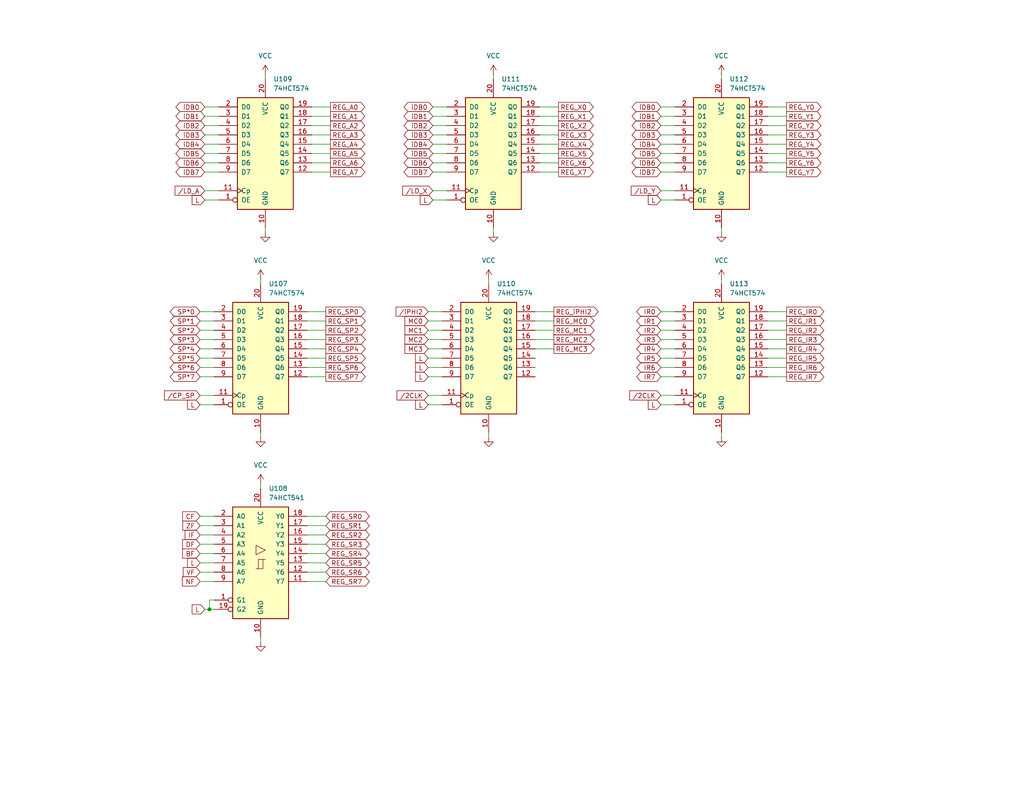
<source format=kicad_sch>
(kicad_sch (version 20250114) (generator "eeschema") (generator_version "9.0")
  (paper "A")
  (title_block (title "TTL 6510 Computer") (date "2025-10-20") (rev "B") (company "Stefan Warnke") (comment 9 "CPU_6502_Opcodes.txt"))
  (lib_symbols
    (symbol "74xx:74HCT541" (pin_names (offset 1.016))
      (property "Reference" "U" (at -7.62 16.51 0))
      (property "Value" "74HCT541" (at -7.62 -16.51 0))
      (symbol "74HCT541_1_0"
        (polyline (pts (xy -1.27 -1.6002) (xy 0.635 -1.6002) (xy 0.635 0.9398) (xy 1.27 0.9398)))
        (polyline (pts (xy -0.635 -1.6002) (xy -0.635 0.9398) (xy 0.635 0.9398)))
        (polyline (pts (xy 1.27 3.4798) (xy -1.27 4.7498) (xy -1.27 2.2098) (xy 1.27 3.4798)) (stroke (width 0.1524)))
        (pin input line (at -12.7 12.7 0) (length 5.08) (name "A0") (number "2"))
        (pin input line (at -12.7 10.16 0) (length 5.08) (name "A1") (number "3"))
        (pin input line (at -12.7 7.62 0) (length 5.08) (name "A2") (number "4"))
        (pin input line (at -12.7 5.08 0) (length 5.08) (name "A3") (number "5"))
        (pin input line (at -12.7 2.54 0) (length 5.08) (name "A4") (number "6"))
        (pin input line (at -12.7 0 0) (length 5.08) (name "A5") (number "7"))
        (pin input line (at -12.7 -2.54 0) (length 5.08) (name "A6") (number "8"))
        (pin input line (at -12.7 -5.08 0) (length 5.08) (name "A7") (number "9"))
        (pin input inverted (at -12.7 -10.16 0) (length 5.08) (name "G1") (number "1"))
        (pin input inverted (at -12.7 -12.7 0) (length 5.08) (name "G2") (number "19"))
        (pin power_in line (at 0 20.32 270) (length 5.08) (name "VCC") (number "20"))
        (pin power_in line (at 0 -20.32 90) (length 5.08) (name "GND") (number "10"))
        (pin tri_state line (at 12.7 12.7 180) (length 5.08) (name "Y0") (number "18"))
        (pin tri_state line (at 12.7 10.16 180) (length 5.08) (name "Y1") (number "17"))
        (pin tri_state line (at 12.7 7.62 180) (length 5.08) (name "Y2") (number "16"))
        (pin tri_state line (at 12.7 5.08 180) (length 5.08) (name "Y3") (number "15"))
        (pin tri_state line (at 12.7 2.54 180) (length 5.08) (name "Y4") (number "14"))
        (pin tri_state line (at 12.7 0 180) (length 5.08) (name "Y5") (number "13"))
        (pin tri_state line (at 12.7 -2.54 180) (length 5.08) (name "Y6") (number "12"))
        (pin tri_state line (at 12.7 -5.08 180) (length 5.08) (name "Y7") (number "11"))
      )
      (symbol "74HCT541_1_1"
        (rectangle (start -7.62 15.24) (end 7.62 -15.24) (stroke (width 0.254)) (fill (type background)))
      )
    )
    (symbol "74xx:74HCT574" (pin_names (offset 1.016))
      (property "Reference" "U" (at -7.62 16.51 0))
      (property "Value" "74HCT574" (at -7.62 -16.51 0))
      (symbol "74HCT574_1_0"
        (pin input line (at -12.7 12.7 0) (length 5.08) (name "D0") (number "2"))
        (pin input line (at -12.7 10.16 0) (length 5.08) (name "D1") (number "3"))
        (pin input line (at -12.7 7.62 0) (length 5.08) (name "D2") (number "4"))
        (pin input line (at -12.7 5.08 0) (length 5.08) (name "D3") (number "5"))
        (pin input line (at -12.7 2.54 0) (length 5.08) (name "D4") (number "6"))
        (pin input line (at -12.7 0 0) (length 5.08) (name "D5") (number "7"))
        (pin input line (at -12.7 -2.54 0) (length 5.08) (name "D6") (number "8"))
        (pin input line (at -12.7 -5.08 0) (length 5.08) (name "D7") (number "9"))
        (pin input clock (at -12.7 -10.16 0) (length 5.08) (name "Cp") (number "11"))
        (pin input inverted (at -12.7 -12.7 0) (length 5.08) (name "OE") (number "1"))
        (pin power_in line (at 0 20.32 270) (length 5.08) (name "VCC") (number "20"))
        (pin power_in line (at 0 -20.32 90) (length 5.08) (name "GND") (number "10"))
        (pin tri_state line (at 12.7 12.7 180) (length 5.08) (name "Q0") (number "19"))
        (pin tri_state line (at 12.7 10.16 180) (length 5.08) (name "Q1") (number "18"))
        (pin tri_state line (at 12.7 7.62 180) (length 5.08) (name "Q2") (number "17"))
        (pin tri_state line (at 12.7 5.08 180) (length 5.08) (name "Q3") (number "16"))
        (pin tri_state line (at 12.7 2.54 180) (length 5.08) (name "Q4") (number "15"))
        (pin tri_state line (at 12.7 0 180) (length 5.08) (name "Q5") (number "14"))
        (pin tri_state line (at 12.7 -2.54 180) (length 5.08) (name "Q6") (number "13"))
        (pin tri_state line (at 12.7 -5.08 180) (length 5.08) (name "Q7") (number "12"))
      )
      (symbol "74HCT574_1_1"
        (rectangle (start -7.62 15.24) (end 7.62 -15.24) (stroke (width 0.254)) (fill (type background)))
      )
    )
    (symbol "power:+5V" (power) (pin_numbers (hide yes)) (pin_names (offset 0) (hide yes))
      (property "Value" "+5V" (at 0 3.556 0))
      (symbol "+5V_0_1"
        (polyline (pts (xy -0.762 1.27) (xy 0 2.54)))
        (polyline (pts (xy 0 2.54) (xy 0.762 1.27)))
        (polyline (pts (xy 0 0) (xy 0 2.54)))
      )
      (symbol "+5V_1_1"
        (pin power_in line (at 0 0 90) (length 0) (name "~") (number "1"))
      )
    )
    (symbol "power:GND" (power) (pin_numbers (hide yes)) (pin_names (offset 0) (hide yes))
      (property "Value" "GND" (at 0 -3.81 0))
      (symbol "GND_0_1"
        (polyline (pts (xy 0 0) (xy 0 -1.27) (xy 1.27 -1.27) (xy 0 -2.54) (xy -1.27 -1.27) (xy 0 -1.27)))
      )
      (symbol "GND_1_1"
        (pin power_in line (at 0 0 270) (length 0) (name "~") (number "1"))
      )
    )
  )
  (junction (at 57.15 166.37))
  (wire (pts (xy 57.15 166.37) (xy 58.42 166.37)))
  (wire (pts (xy 196.85 76.2) (xy 196.85 77.47)))
  (wire (pts (xy 147.32 41.91) (xy 152.4 41.91)))
  (wire (pts (xy 134.62 20.32) (xy 134.62 21.59)))
  (wire (pts (xy 118.11 39.37) (xy 121.92 39.37)))
  (wire (pts (xy 209.55 34.29) (xy 214.63 34.29)))
  (wire (pts (xy 83.82 95.25) (xy 88.9 95.25)))
  (wire (pts (xy 180.34 54.61) (xy 184.15 54.61)))
  (wire (pts (xy 209.55 90.17) (xy 214.63 90.17)))
  (wire (pts (xy 180.34 41.91) (xy 184.15 41.91)))
  (wire (pts (xy 209.55 102.87) (xy 214.63 102.87)))
  (wire (pts (xy 55.88 44.45) (xy 59.69 44.45)))
  (wire (pts (xy 146.05 92.71) (xy 151.13 92.71)))
  (wire (pts (xy 83.82 148.59) (xy 88.9 148.59)))
  (wire (pts (xy 71.12 173.99) (xy 71.12 175.26)))
  (wire (pts (xy 85.09 41.91) (xy 90.17 41.91)))
  (wire (pts (xy 71.12 132.08) (xy 71.12 133.35)))
  (wire (pts (xy 85.09 39.37) (xy 90.17 39.37)))
  (wire (pts (xy 147.32 34.29) (xy 152.4 34.29)))
  (wire (pts (xy 196.85 20.32) (xy 196.85 21.59)))
  (wire (pts (xy 180.34 36.83) (xy 184.15 36.83)))
  (wire (pts (xy 54.61 146.05) (xy 58.42 146.05)))
  (wire (pts (xy 85.09 44.45) (xy 90.17 44.45)))
  (wire (pts (xy 85.09 36.83) (xy 90.17 36.83)))
  (wire (pts (xy 116.84 110.49) (xy 120.65 110.49)))
  (wire (pts (xy 209.55 39.37) (xy 214.63 39.37)))
  (wire (pts (xy 54.61 153.67) (xy 58.42 153.67)))
  (wire (pts (xy 83.82 87.63) (xy 88.9 87.63)))
  (wire (pts (xy 83.82 97.79) (xy 88.9 97.79)))
  (wire (pts (xy 83.82 85.09) (xy 88.9 85.09)))
  (wire (pts (xy 54.61 140.97) (xy 58.42 140.97)))
  (wire (pts (xy 118.11 29.21) (xy 121.92 29.21)))
  (wire (pts (xy 57.15 163.83) (xy 57.15 166.37)))
  (wire (pts (xy 196.85 118.11) (xy 196.85 119.38)))
  (wire (pts (xy 54.61 87.63) (xy 58.42 87.63)))
  (wire (pts (xy 118.11 46.99) (xy 121.92 46.99)))
  (wire (pts (xy 180.34 29.21) (xy 184.15 29.21)))
  (wire (pts (xy 83.82 143.51) (xy 88.9 143.51)))
  (wire (pts (xy 180.34 102.87) (xy 184.15 102.87)))
  (wire (pts (xy 54.61 85.09) (xy 58.42 85.09)))
  (wire (pts (xy 180.34 31.75) (xy 184.15 31.75)))
  (wire (pts (xy 55.88 54.61) (xy 59.69 54.61)))
  (wire (pts (xy 118.11 31.75) (xy 121.92 31.75)))
  (wire (pts (xy 209.55 44.45) (xy 214.63 44.45)))
  (wire (pts (xy 72.39 20.32) (xy 72.39 21.59)))
  (wire (pts (xy 55.88 52.07) (xy 59.69 52.07)))
  (wire (pts (xy 116.84 87.63) (xy 120.65 87.63)))
  (wire (pts (xy 180.34 92.71) (xy 184.15 92.71)))
  (wire (pts (xy 118.11 36.83) (xy 121.92 36.83)))
  (wire (pts (xy 58.42 156.21) (xy 54.61 156.21)))
  (wire (pts (xy 180.34 95.25) (xy 184.15 95.25)))
  (wire (pts (xy 209.55 36.83) (xy 214.63 36.83)))
  (wire (pts (xy 83.82 140.97) (xy 88.9 140.97)))
  (wire (pts (xy 209.55 29.21) (xy 214.63 29.21)))
  (wire (pts (xy 118.11 41.91) (xy 121.92 41.91)))
  (wire (pts (xy 116.84 95.25) (xy 120.65 95.25)))
  (wire (pts (xy 209.55 41.91) (xy 214.63 41.91)))
  (wire (pts (xy 54.61 97.79) (xy 58.42 97.79)))
  (wire (pts (xy 180.34 46.99) (xy 184.15 46.99)))
  (wire (pts (xy 83.82 151.13) (xy 88.9 151.13)))
  (wire (pts (xy 55.88 31.75) (xy 59.69 31.75)))
  (wire (pts (xy 83.82 146.05) (xy 88.9 146.05)))
  (wire (pts (xy 54.61 143.51) (xy 58.42 143.51)))
  (wire (pts (xy 147.32 44.45) (xy 152.4 44.45)))
  (wire (pts (xy 133.35 76.2) (xy 133.35 77.47)))
  (wire (pts (xy 209.55 85.09) (xy 214.63 85.09)))
  (wire (pts (xy 209.55 46.99) (xy 214.63 46.99)))
  (wire (pts (xy 83.82 153.67) (xy 88.9 153.67)))
  (wire (pts (xy 71.12 118.11) (xy 71.12 119.38)))
  (wire (pts (xy 118.11 34.29) (xy 121.92 34.29)))
  (wire (pts (xy 147.32 36.83) (xy 152.4 36.83)))
  (wire (pts (xy 55.88 36.83) (xy 59.69 36.83)))
  (wire (pts (xy 209.55 87.63) (xy 214.63 87.63)))
  (wire (pts (xy 146.05 87.63) (xy 151.13 87.63)))
  (wire (pts (xy 180.34 85.09) (xy 184.15 85.09)))
  (wire (pts (xy 209.55 95.25) (xy 214.63 95.25)))
  (wire (pts (xy 54.61 102.87) (xy 58.42 102.87)))
  (wire (pts (xy 116.84 97.79) (xy 120.65 97.79)))
  (wire (pts (xy 85.09 29.21) (xy 90.17 29.21)))
  (wire (pts (xy 116.84 92.71) (xy 120.65 92.71)))
  (wire (pts (xy 180.34 97.79) (xy 184.15 97.79)))
  (wire (pts (xy 83.82 92.71) (xy 88.9 92.71)))
  (wire (pts (xy 83.82 156.21) (xy 88.9 156.21)))
  (wire (pts (xy 85.09 34.29) (xy 90.17 34.29)))
  (wire (pts (xy 54.61 92.71) (xy 58.42 92.71)))
  (wire (pts (xy 180.34 39.37) (xy 184.15 39.37)))
  (wire (pts (xy 118.11 54.61) (xy 121.92 54.61)))
  (wire (pts (xy 54.61 107.95) (xy 58.42 107.95)))
  (wire (pts (xy 54.61 90.17) (xy 58.42 90.17)))
  (wire (pts (xy 71.12 76.2) (xy 71.12 77.47)))
  (wire (pts (xy 116.84 107.95) (xy 120.65 107.95)))
  (wire (pts (xy 118.11 52.07) (xy 121.92 52.07)))
  (wire (pts (xy 54.61 100.33) (xy 58.42 100.33)))
  (wire (pts (xy 83.82 158.75) (xy 88.9 158.75)))
  (wire (pts (xy 147.32 29.21) (xy 152.4 29.21)))
  (wire (pts (xy 55.88 39.37) (xy 59.69 39.37)))
  (wire (pts (xy 55.88 46.99) (xy 59.69 46.99)))
  (wire (pts (xy 180.34 90.17) (xy 184.15 90.17)))
  (wire (pts (xy 54.61 158.75) (xy 58.42 158.75)))
  (wire (pts (xy 209.55 100.33) (xy 214.63 100.33)))
  (wire (pts (xy 209.55 92.71) (xy 214.63 92.71)))
  (wire (pts (xy 118.11 44.45) (xy 121.92 44.45)))
  (wire (pts (xy 54.61 151.13) (xy 58.42 151.13)))
  (wire (pts (xy 55.88 41.91) (xy 59.69 41.91)))
  (wire (pts (xy 55.88 166.37) (xy 57.15 166.37)))
  (wire (pts (xy 116.84 90.17) (xy 120.65 90.17)))
  (wire (pts (xy 146.05 95.25) (xy 151.13 95.25)))
  (wire (pts (xy 209.55 97.79) (xy 214.63 97.79)))
  (wire (pts (xy 146.05 90.17) (xy 151.13 90.17)))
  (wire (pts (xy 180.34 87.63) (xy 184.15 87.63)))
  (wire (pts (xy 209.55 31.75) (xy 214.63 31.75)))
  (wire (pts (xy 116.84 100.33) (xy 120.65 100.33)))
  (wire (pts (xy 116.84 102.87) (xy 120.65 102.87)))
  (wire (pts (xy 85.09 46.99) (xy 90.17 46.99)))
  (wire (pts (xy 58.42 163.83) (xy 57.15 163.83)))
  (wire (pts (xy 134.62 62.23) (xy 134.62 63.5)))
  (wire (pts (xy 147.32 31.75) (xy 152.4 31.75)))
  (wire (pts (xy 83.82 90.17) (xy 88.9 90.17)))
  (wire (pts (xy 54.61 148.59) (xy 58.42 148.59)))
  (wire (pts (xy 133.35 118.11) (xy 133.35 119.38)))
  (wire (pts (xy 180.34 44.45) (xy 184.15 44.45)))
  (wire (pts (xy 180.34 52.07) (xy 184.15 52.07)))
  (wire (pts (xy 147.32 39.37) (xy 152.4 39.37)))
  (wire (pts (xy 180.34 34.29) (xy 184.15 34.29)))
  (wire (pts (xy 54.61 95.25) (xy 58.42 95.25)))
  (wire (pts (xy 196.85 62.23) (xy 196.85 63.5)))
  (wire (pts (xy 180.34 100.33) (xy 184.15 100.33)))
  (wire (pts (xy 55.88 29.21) (xy 59.69 29.21)))
  (wire (pts (xy 180.34 107.95) (xy 184.15 107.95)))
  (wire (pts (xy 54.61 110.49) (xy 58.42 110.49)))
  (wire (pts (xy 116.84 85.09) (xy 120.65 85.09)))
  (wire (pts (xy 146.05 85.09) (xy 151.13 85.09)))
  (wire (pts (xy 147.32 46.99) (xy 152.4 46.99)))
  (wire (pts (xy 55.88 34.29) (xy 59.69 34.29)))
  (wire (pts (xy 83.82 100.33) (xy 88.9 100.33)))
  (wire (pts (xy 85.09 31.75) (xy 90.17 31.75)))
  (wire (pts (xy 180.34 110.49) (xy 184.15 110.49)))
  (wire (pts (xy 83.82 102.87) (xy 88.9 102.87)))
  (wire (pts (xy 72.39 62.23) (xy 72.39 63.5)))
  (global_label "L" (shape input) (at 116.84 102.87 180) (property "Intersheetrefs" "${INTERSHEET_REFS}" (effects (hide yes))))
  (global_label "REG_X5" (shape output) (at 152.4 41.91 0) (property "Intersheetrefs" "${INTERSHEET_REFS}" (effects (hide yes))))
  (global_label "L" (shape input) (at 54.61 153.67 180) (property "Intersheetrefs" "${INTERSHEET_REFS}" (effects (hide yes))))
  (global_label "REG_Y3" (shape output) (at 214.63 36.83 0) (property "Intersheetrefs" "${INTERSHEET_REFS}" (effects (hide yes))))
  (global_label "REG_X2" (shape output) (at 152.4 34.29 0) (property "Intersheetrefs" "${INTERSHEET_REFS}" (effects (hide yes))))
  (global_label "{slash}LD_Y" (shape input) (at 180.34 52.07 180) (effects (font (thickness 0.1588))) (property "Intersheetrefs" "${INTERSHEET_REFS}" (effects (hide yes))))
  (global_label "L" (shape input) (at 55.88 54.61 180) (effects (font (thickness 0.1588))) (property "Intersheetrefs" "${INTERSHEET_REFS}" (effects (hide yes))))
  (global_label "iDB7" (shape bidirectional) (at 180.34 46.99 180) (property "Intersheetrefs" "${INTERSHEET_REFS}" (effects (hide yes))))
  (global_label "iDB2" (shape bidirectional) (at 55.88 34.29 180) (property "Intersheetrefs" "${INTERSHEET_REFS}" (effects (hide yes))))
  (global_label "iDB7" (shape bidirectional) (at 118.11 46.99 180) (property "Intersheetrefs" "${INTERSHEET_REFS}" (effects (hide yes))))
  (global_label "iDB0" (shape bidirectional) (at 118.11 29.21 180) (property "Intersheetrefs" "${INTERSHEET_REFS}" (effects (hide yes))))
  (global_label "SP*1" (shape bidirectional) (at 54.61 87.63 180) (property "Intersheetrefs" "${INTERSHEET_REFS}" (effects (hide yes))))
  (global_label "iDB1" (shape bidirectional) (at 118.11 31.75 180) (property "Intersheetrefs" "${INTERSHEET_REFS}" (effects (hide yes))))
  (global_label "MC3" (shape input) (at 116.84 95.25 180) (property "Intersheetrefs" "${INTERSHEET_REFS}" (effects (hide yes))))
  (global_label "SP*2" (shape bidirectional) (at 54.61 90.17 180) (property "Intersheetrefs" "${INTERSHEET_REFS}" (effects (hide yes))))
  (global_label "L" (shape input) (at 54.61 110.49 180) (effects (font (thickness 0.1588))) (property "Intersheetrefs" "${INTERSHEET_REFS}" (effects (hide yes))))
  (global_label "iDB6" (shape bidirectional) (at 55.88 44.45 180) (property "Intersheetrefs" "${INTERSHEET_REFS}" (effects (hide yes))))
  (global_label "REG_MC0" (shape output) (at 151.13 87.63 0) (property "Intersheetrefs" "${INTERSHEET_REFS}" (effects (hide yes))))
  (global_label "REG_Y7" (shape output) (at 214.63 46.99 0) (property "Intersheetrefs" "${INTERSHEET_REFS}" (effects (hide yes))))
  (global_label "{slash}2CLK" (shape input) (at 116.84 107.95 180) (effects (font (thickness 0.1588))) (property "Intersheetrefs" "${INTERSHEET_REFS}" (effects (hide yes))))
  (global_label "L" (shape input) (at 180.34 110.49 180) (effects (font (thickness 0.1588))) (property "Intersheetrefs" "${INTERSHEET_REFS}" (effects (hide yes))))
  (global_label "REG_IR6" (shape output) (at 214.63 100.33 0) (property "Intersheetrefs" "${INTERSHEET_REFS}" (effects (hide yes))))
  (global_label "REG_SR2" (shape bidirectional) (at 88.9 146.05 0) (property "Intersheetrefs" "${INTERSHEET_REFS}" (effects (hide yes))))
  (global_label "{slash}LD_A" (shape input) (at 55.88 52.07 180) (effects (font (thickness 0.1588))) (property "Intersheetrefs" "${INTERSHEET_REFS}" (effects (hide yes))))
  (global_label "iDB5" (shape bidirectional) (at 180.34 41.91 180) (property "Intersheetrefs" "${INTERSHEET_REFS}" (effects (hide yes))))
  (global_label "L" (shape input) (at 116.84 100.33 180) (property "Intersheetrefs" "${INTERSHEET_REFS}" (effects (hide yes))))
  (global_label "REG_SR0" (shape bidirectional) (at 88.9 140.97 0) (property "Intersheetrefs" "${INTERSHEET_REFS}" (effects (hide yes))))
  (global_label "REG_A1" (shape output) (at 90.17 31.75 0) (property "Intersheetrefs" "${INTERSHEET_REFS}" (effects (hide yes))))
  (global_label "REG_SR1" (shape bidirectional) (at 88.9 143.51 0) (property "Intersheetrefs" "${INTERSHEET_REFS}" (effects (hide yes))))
  (global_label "IR5" (shape bidirectional) (at 180.34 97.79 180) (property "Intersheetrefs" "${INTERSHEET_REFS}" (effects (hide yes))))
  (global_label "REG_SR7" (shape bidirectional) (at 88.9 158.75 0) (property "Intersheetrefs" "${INTERSHEET_REFS}" (effects (hide yes))))
  (global_label "L" (shape input) (at 55.88 166.37 180) (property "Intersheetrefs" "${INTERSHEET_REFS}" (effects (hide yes))))
  (global_label "IR4" (shape bidirectional) (at 180.34 95.25 180) (property "Intersheetrefs" "${INTERSHEET_REFS}" (effects (hide yes))))
  (global_label "REG_MC1" (shape output) (at 151.13 90.17 0) (property "Intersheetrefs" "${INTERSHEET_REFS}" (effects (hide yes))))
  (global_label "iDB4" (shape bidirectional) (at 180.34 39.37 180) (property "Intersheetrefs" "${INTERSHEET_REFS}" (effects (hide yes))))
  (global_label "REG_X4" (shape output) (at 152.4 39.37 0) (property "Intersheetrefs" "${INTERSHEET_REFS}" (effects (hide yes))))
  (global_label "L" (shape input) (at 116.84 97.79 180) (property "Intersheetrefs" "${INTERSHEET_REFS}" (effects (hide yes))))
  (global_label "iDB5" (shape bidirectional) (at 55.88 41.91 180) (property "Intersheetrefs" "${INTERSHEET_REFS}" (effects (hide yes))))
  (global_label "IR3" (shape bidirectional) (at 180.34 92.71 180) (property "Intersheetrefs" "${INTERSHEET_REFS}" (effects (hide yes))))
  (global_label "MC1" (shape input) (at 116.84 90.17 180) (property "Intersheetrefs" "${INTERSHEET_REFS}" (effects (hide yes))))
  (global_label "{slash}LD_X" (shape input) (at 118.11 52.07 180) (effects (font (thickness 0.1588))) (property "Intersheetrefs" "${INTERSHEET_REFS}" (effects (hide yes))))
  (global_label "REG_IR5" (shape output) (at 214.63 97.79 0) (property "Intersheetrefs" "${INTERSHEET_REFS}" (effects (hide yes))))
  (global_label "iDB1" (shape bidirectional) (at 55.88 31.75 180) (property "Intersheetrefs" "${INTERSHEET_REFS}" (effects (hide yes))))
  (global_label "REG_SR3" (shape bidirectional) (at 88.9 148.59 0) (property "Intersheetrefs" "${INTERSHEET_REFS}" (effects (hide yes))))
  (global_label "L" (shape input) (at 118.11 54.61 180) (effects (font (thickness 0.1588))) (property "Intersheetrefs" "${INTERSHEET_REFS}" (effects (hide yes))))
  (global_label "REG_A3" (shape output) (at 90.17 36.83 0) (property "Intersheetrefs" "${INTERSHEET_REFS}" (effects (hide yes))))
  (global_label "VF" (shape input) (at 54.61 156.21 180) (property "Intersheetrefs" "${INTERSHEET_REFS}" (effects (hide yes))))
  (global_label "REG_SP0" (shape output) (at 88.9 85.09 0) (property "Intersheetrefs" "${INTERSHEET_REFS}" (effects (hide yes))))
  (global_label "REG_SP4" (shape output) (at 88.9 95.25 0) (property "Intersheetrefs" "${INTERSHEET_REFS}" (effects (hide yes))))
  (global_label "REG_Y2" (shape output) (at 214.63 34.29 0) (property "Intersheetrefs" "${INTERSHEET_REFS}" (effects (hide yes))))
  (global_label "REG_IR1" (shape output) (at 214.63 87.63 0) (property "Intersheetrefs" "${INTERSHEET_REFS}" (effects (hide yes))))
  (global_label "{slash}2CLK" (shape input) (at 180.34 107.95 180) (effects (font (thickness 0.1588))) (property "Intersheetrefs" "${INTERSHEET_REFS}" (effects (hide yes))))
  (global_label "iDB6" (shape bidirectional) (at 180.34 44.45 180) (property "Intersheetrefs" "${INTERSHEET_REFS}" (effects (hide yes))))
  (global_label "iDB2" (shape bidirectional) (at 180.34 34.29 180) (property "Intersheetrefs" "${INTERSHEET_REFS}" (effects (hide yes))))
  (global_label "iDB0" (shape bidirectional) (at 180.34 29.21 180) (property "Intersheetrefs" "${INTERSHEET_REFS}" (effects (hide yes))))
  (global_label "CF" (shape input) (at 54.61 140.97 180) (property "Intersheetrefs" "${INTERSHEET_REFS}" (effects (hide yes))))
  (global_label "REG_iPHI2" (shape output) (at 151.13 85.09 0) (property "Intersheetrefs" "${INTERSHEET_REFS}" (effects (hide yes))))
  (global_label "SP*3" (shape bidirectional) (at 54.61 92.71 180) (property "Intersheetrefs" "${INTERSHEET_REFS}" (effects (hide yes))))
  (global_label "REG_A6" (shape output) (at 90.17 44.45 0) (property "Intersheetrefs" "${INTERSHEET_REFS}" (effects (hide yes))))
  (global_label "REG_MC2" (shape output) (at 151.13 92.71 0) (property "Intersheetrefs" "${INTERSHEET_REFS}" (effects (hide yes))))
  (global_label "IR6" (shape bidirectional) (at 180.34 100.33 180) (property "Intersheetrefs" "${INTERSHEET_REFS}" (effects (hide yes))))
  (global_label "REG_Y0" (shape output) (at 214.63 29.21 0) (property "Intersheetrefs" "${INTERSHEET_REFS}" (effects (hide yes))))
  (global_label "REG_A0" (shape output) (at 90.17 29.21 0) (property "Intersheetrefs" "${INTERSHEET_REFS}" (effects (hide yes))))
  (global_label "IR7" (shape bidirectional) (at 180.34 102.87 180) (property "Intersheetrefs" "${INTERSHEET_REFS}" (effects (hide yes))))
  (global_label "iDB3" (shape bidirectional) (at 55.88 36.83 180) (property "Intersheetrefs" "${INTERSHEET_REFS}" (effects (hide yes))))
  (global_label "SP*7" (shape bidirectional) (at 54.61 102.87 180) (property "Intersheetrefs" "${INTERSHEET_REFS}" (effects (hide yes))))
  (global_label "DF" (shape input) (at 54.61 148.59 180) (property "Intersheetrefs" "${INTERSHEET_REFS}" (effects (hide yes))))
  (global_label "IR0" (shape bidirectional) (at 180.34 85.09 180) (property "Intersheetrefs" "${INTERSHEET_REFS}" (effects (hide yes))))
  (global_label "iDB6" (shape bidirectional) (at 118.11 44.45 180) (property "Intersheetrefs" "${INTERSHEET_REFS}" (effects (hide yes))))
  (global_label "iDB4" (shape bidirectional) (at 55.88 39.37 180) (property "Intersheetrefs" "${INTERSHEET_REFS}" (effects (hide yes))))
  (global_label "iDB1" (shape bidirectional) (at 180.34 31.75 180) (property "Intersheetrefs" "${INTERSHEET_REFS}" (effects (hide yes))))
  (global_label "REG_A7" (shape output) (at 90.17 46.99 0) (property "Intersheetrefs" "${INTERSHEET_REFS}" (effects (hide yes))))
  (global_label "SP*4" (shape bidirectional) (at 54.61 95.25 180) (property "Intersheetrefs" "${INTERSHEET_REFS}" (effects (hide yes))))
  (global_label "REG_IR3" (shape output) (at 214.63 92.71 0) (property "Intersheetrefs" "${INTERSHEET_REFS}" (effects (hide yes))))
  (global_label "{slash}iPHI2" (shape input) (at 116.84 85.09 180) (property "Intersheetrefs" "${INTERSHEET_REFS}" (effects (hide yes))))
  (global_label "REG_SR4" (shape bidirectional) (at 88.9 151.13 0) (property "Intersheetrefs" "${INTERSHEET_REFS}" (effects (hide yes))))
  (global_label "REG_SP5" (shape output) (at 88.9 97.79 0) (property "Intersheetrefs" "${INTERSHEET_REFS}" (effects (hide yes))))
  (global_label "SP*5" (shape bidirectional) (at 54.61 97.79 180) (property "Intersheetrefs" "${INTERSHEET_REFS}" (effects (hide yes))))
  (global_label "IF" (shape input) (at 54.61 146.05 180) (property "Intersheetrefs" "${INTERSHEET_REFS}" (effects (hide yes))))
  (global_label "REG_IR7" (shape output) (at 214.63 102.87 0) (property "Intersheetrefs" "${INTERSHEET_REFS}" (effects (hide yes))))
  (global_label "SP*6" (shape bidirectional) (at 54.61 100.33 180) (property "Intersheetrefs" "${INTERSHEET_REFS}" (effects (hide yes))))
  (global_label "REG_A5" (shape output) (at 90.17 41.91 0) (property "Intersheetrefs" "${INTERSHEET_REFS}" (effects (hide yes))))
  (global_label "REG_SP3" (shape output) (at 88.9 92.71 0) (property "Intersheetrefs" "${INTERSHEET_REFS}" (effects (hide yes))))
  (global_label "REG_SP7" (shape output) (at 88.9 102.87 0) (property "Intersheetrefs" "${INTERSHEET_REFS}" (effects (hide yes))))
  (global_label "IR2" (shape bidirectional) (at 180.34 90.17 180) (property "Intersheetrefs" "${INTERSHEET_REFS}" (effects (hide yes))))
  (global_label "REG_A2" (shape output) (at 90.17 34.29 0) (property "Intersheetrefs" "${INTERSHEET_REFS}" (effects (hide yes))))
  (global_label "REG_X1" (shape output) (at 152.4 31.75 0) (property "Intersheetrefs" "${INTERSHEET_REFS}" (effects (hide yes))))
  (global_label "REG_IR2" (shape output) (at 214.63 90.17 0) (property "Intersheetrefs" "${INTERSHEET_REFS}" (effects (hide yes))))
  (global_label "iDB7" (shape bidirectional) (at 55.88 46.99 180) (property "Intersheetrefs" "${INTERSHEET_REFS}" (effects (hide yes))))
  (global_label "iDB5" (shape bidirectional) (at 118.11 41.91 180) (property "Intersheetrefs" "${INTERSHEET_REFS}" (effects (hide yes))))
  (global_label "ZF" (shape input) (at 54.61 143.51 180) (property "Intersheetrefs" "${INTERSHEET_REFS}" (effects (hide yes))))
  (global_label "iDB2" (shape bidirectional) (at 118.11 34.29 180) (property "Intersheetrefs" "${INTERSHEET_REFS}" (effects (hide yes))))
  (global_label "REG_SR6" (shape bidirectional) (at 88.9 156.21 0) (property "Intersheetrefs" "${INTERSHEET_REFS}" (effects (hide yes))))
  (global_label "REG_X0" (shape output) (at 152.4 29.21 0) (property "Intersheetrefs" "${INTERSHEET_REFS}" (effects (hide yes))))
  (global_label "SP*0" (shape bidirectional) (at 54.61 85.09 180) (property "Intersheetrefs" "${INTERSHEET_REFS}" (effects (hide yes))))
  (global_label "REG_MC3" (shape output) (at 151.13 95.25 0) (property "Intersheetrefs" "${INTERSHEET_REFS}" (effects (hide yes))))
  (global_label "iDB3" (shape bidirectional) (at 118.11 36.83 180) (property "Intersheetrefs" "${INTERSHEET_REFS}" (effects (hide yes))))
  (global_label "MC2" (shape input) (at 116.84 92.71 180) (property "Intersheetrefs" "${INTERSHEET_REFS}" (effects (hide yes))))
  (global_label "MC0" (shape input) (at 116.84 87.63 180) (property "Intersheetrefs" "${INTERSHEET_REFS}" (effects (hide yes))))
  (global_label "REG_SP6" (shape output) (at 88.9 100.33 0) (property "Intersheetrefs" "${INTERSHEET_REFS}" (effects (hide yes))))
  (global_label "REG_SP2" (shape output) (at 88.9 90.17 0) (property "Intersheetrefs" "${INTERSHEET_REFS}" (effects (hide yes))))
  (global_label "IR1" (shape bidirectional) (at 180.34 87.63 180) (property "Intersheetrefs" "${INTERSHEET_REFS}" (effects (hide yes))))
  (global_label "iDB4" (shape bidirectional) (at 118.11 39.37 180) (property "Intersheetrefs" "${INTERSHEET_REFS}" (effects (hide yes))))
  (global_label "REG_A4" (shape output) (at 90.17 39.37 0) (property "Intersheetrefs" "${INTERSHEET_REFS}" (effects (hide yes))))
  (global_label "REG_Y5" (shape output) (at 214.63 41.91 0) (property "Intersheetrefs" "${INTERSHEET_REFS}" (effects (hide yes))))
  (global_label "iDB0" (shape bidirectional) (at 55.88 29.21 180) (property "Intersheetrefs" "${INTERSHEET_REFS}" (effects (hide yes))))
  (global_label "REG_X3" (shape output) (at 152.4 36.83 0) (property "Intersheetrefs" "${INTERSHEET_REFS}" (effects (hide yes))))
  (global_label "BF" (shape input) (at 54.61 151.13 180) (property "Intersheetrefs" "${INTERSHEET_REFS}" (effects (hide yes))))
  (global_label "NF" (shape input) (at 54.61 158.75 180) (property "Intersheetrefs" "${INTERSHEET_REFS}" (effects (hide yes))))
  (global_label "REG_Y6" (shape output) (at 214.63 44.45 0) (property "Intersheetrefs" "${INTERSHEET_REFS}" (effects (hide yes))))
  (global_label "REG_X7" (shape output) (at 152.4 46.99 0) (property "Intersheetrefs" "${INTERSHEET_REFS}" (effects (hide yes))))
  (global_label "REG_IR0" (shape output) (at 214.63 85.09 0) (property "Intersheetrefs" "${INTERSHEET_REFS}" (effects (hide yes))))
  (global_label "REG_X6" (shape output) (at 152.4 44.45 0) (property "Intersheetrefs" "${INTERSHEET_REFS}" (effects (hide yes))))
  (global_label "REG_SR5" (shape bidirectional) (at 88.9 153.67 0) (property "Intersheetrefs" "${INTERSHEET_REFS}" (effects (hide yes))))
  (global_label "L" (shape input) (at 116.84 110.49 180) (effects (font (thickness 0.1588))) (property "Intersheetrefs" "${INTERSHEET_REFS}" (effects (hide yes))))
  (global_label "REG_SP1" (shape output) (at 88.9 87.63 0) (property "Intersheetrefs" "${INTERSHEET_REFS}" (effects (hide yes))))
  (global_label "REG_Y1" (shape output) (at 214.63 31.75 0) (property "Intersheetrefs" "${INTERSHEET_REFS}" (effects (hide yes))))
  (global_label "{slash}CP_SP" (shape input) (at 54.61 107.95 180) (effects (font (thickness 0.1588))) (property "Intersheetrefs" "${INTERSHEET_REFS}" (effects (hide yes))))
  (global_label "REG_IR4" (shape output) (at 214.63 95.25 0) (property "Intersheetrefs" "${INTERSHEET_REFS}" (effects (hide yes))))
  (global_label "REG_Y4" (shape output) (at 214.63 39.37 0) (property "Intersheetrefs" "${INTERSHEET_REFS}" (effects (hide yes))))
  (global_label "L" (shape input) (at 180.34 54.61 180) (effects (font (thickness 0.1588))) (property "Intersheetrefs" "${INTERSHEET_REFS}" (effects (hide yes))))
  (global_label "iDB3" (shape bidirectional) (at 180.34 36.83 180) (property "Intersheetrefs" "${INTERSHEET_REFS}" (effects (hide yes))))
  (symbol (lib_id "power:GND") (at 71.12 119.38 0) (unit 1)
    (property "Reference" "#PWR0506" (effects (hide yes)))
    (property "Value" "GND" (effects (hide yes)))
    (property "Description" "Power symbol creates a global label with name \"GND\" , ground" (effects (hide yes)))
  )
  (symbol (lib_id "power:+5V") (at 134.62 20.32 0) (unit 1)
    (property "Reference" "#PWR0513" (effects (hide yes)))
    (property "Value" "VCC" (at 134.62 15.24 0))
    (property "Description" "Power symbol creates a global label with name \"+5V\"" (effects (hide yes)))
  )
  (symbol (lib_id "power:GND") (at 71.12 175.26 0) (unit 1)
    (property "Reference" "#PWR0508" (effects (hide yes)))
    (property "Value" "GND" (effects (hide yes)))
    (property "Description" "Power symbol creates a global label with name \"GND\" , ground" (effects (hide yes)))
  )
  (symbol (lib_id "power:+5V") (at 71.12 76.2 0) (unit 1)
    (property "Reference" "#PWR0505" (effects (hide yes)))
    (property "Value" "VCC" (at 71.12 71.12 0))
    (property "Description" "Power symbol creates a global label with name \"+5V\"" (effects (hide yes)))
  )
  (symbol (lib_id "74xx:74HCT541") (at 71.12 153.67 0) (unit 1) (in_bom no)
    (property "Reference" "U108" (at 73.3141 133.35 0) (effects (justify left)))
    (property "Value" "74HCT541" (at 73.3141 135.89 0) (effects (justify left)))
    (property "Footprint" "Package_DIP:DIP-20_W7.62mm_Socket" (effects (hide yes)))
    (property "Datasheet" "http://www.ti.com/lit/gpn/sn74HCT541" (effects (hide yes)))
    (property "Description" "8-bit Buffer/Line Driver 3-state outputs" (effects (hide yes)))
    (property "OrderInfo" "https://www.digikey.com/en/products/detail/texas-instruments/SN74HCT541N/277265" (effects (hide yes)))
  )
  (symbol (lib_id "power:+5V") (at 133.35 76.2 0) (unit 1)
    (property "Reference" "#PWR0511" (effects (hide yes)))
    (property "Value" "VCC" (at 133.35 71.12 0))
    (property "Description" "Power symbol creates a global label with name \"+5V\"" (effects (hide yes)))
  )
  (symbol (lib_id "74xx:74HCT574") (at 71.12 97.79 0) (unit 1) (in_bom no)
    (property "Reference" "U107" (at 73.3141 77.47 0) (effects (justify left)))
    (property "Value" "74HCT574" (at 73.3141 80.01 0) (effects (justify left)))
    (property "Footprint" "Package_DIP:DIP-20_W7.62mm_Socket" (effects (hide yes)))
    (property "Datasheet" "http://www.ti.com/lit/gpn/sn74HCT574" (effects (hide yes)))
    (property "Description" "8-bit Register, 3-state outputs" (effects (hide yes)))
    (property "OrderInfo" "https://www.digikey.com/en/products/detail/texas-instruments/CD74HCT574E/38721" (effects (hide yes)))
  )
  (symbol (lib_id "74xx:74HCT574") (at 196.85 41.91 0) (unit 1) (in_bom no)
    (property "Reference" "U112" (at 199.0441 21.59 0) (effects (justify left)))
    (property "Value" "74HCT574" (at 199.0441 24.13 0) (effects (justify left)))
    (property "Footprint" "Package_DIP:DIP-20_W7.62mm_Socket" (effects (hide yes)))
    (property "Datasheet" "http://www.ti.com/lit/gpn/sn74HCT574" (effects (hide yes)))
    (property "Description" "8-bit Register, 3-state outputs" (effects (hide yes)))
    (property "OrderInfo" "https://www.digikey.com/en/products/detail/texas-instruments/CD74HCT574E/38721" (effects (hide yes)))
  )
  (symbol (lib_id "power:+5V") (at 72.39 20.32 0) (unit 1)
    (property "Reference" "#PWR0509" (effects (hide yes)))
    (property "Value" "VCC" (at 72.39 15.24 0))
    (property "Description" "Power symbol creates a global label with name \"+5V\"" (effects (hide yes)))
  )
  (symbol (lib_id "power:GND") (at 196.85 63.5 0) (unit 1)
    (property "Reference" "#PWR0516" (effects (hide yes)))
    (property "Value" "GND" (effects (hide yes)))
    (property "Description" "Power symbol creates a global label with name \"GND\" , ground" (effects (hide yes)))
  )
  (symbol (lib_id "power:GND") (at 133.35 119.38 0) (unit 1)
    (property "Reference" "#PWR0512" (effects (hide yes)))
    (property "Value" "GND" (effects (hide yes)))
    (property "Description" "Power symbol creates a global label with name \"GND\" , ground" (effects (hide yes)))
  )
  (symbol (lib_id "74xx:74HCT574") (at 134.62 41.91 0) (unit 1) (in_bom no)
    (property "Reference" "U111" (at 136.8141 21.59 0) (effects (justify left)))
    (property "Value" "74HCT574" (at 136.8141 24.13 0) (effects (justify left)))
    (property "Footprint" "Package_DIP:DIP-20_W7.62mm_Socket" (effects (hide yes)))
    (property "Datasheet" "http://www.ti.com/lit/gpn/sn74HCT574" (effects (hide yes)))
    (property "Description" "8-bit Register, 3-state outputs" (effects (hide yes)))
    (property "OrderInfo" "https://www.digikey.com/en/products/detail/texas-instruments/CD74HCT574E/38721" (effects (hide yes)))
  )
  (symbol (lib_id "power:+5V") (at 196.85 76.2 0) (unit 1)
    (property "Reference" "#PWR0517" (effects (hide yes)))
    (property "Value" "VCC" (at 196.85 71.12 0))
    (property "Description" "Power symbol creates a global label with name \"+5V\"" (effects (hide yes)))
  )
  (symbol (lib_id "74xx:74HCT574") (at 133.35 97.79 0) (unit 1) (in_bom no)
    (property "Reference" "U110" (at 135.5441 77.47 0) (effects (justify left)))
    (property "Value" "74HCT574" (at 135.5441 80.01 0) (effects (justify left)))
    (property "Footprint" "Package_DIP:DIP-20_W7.62mm_Socket" (effects (hide yes)))
    (property "Datasheet" "http://www.ti.com/lit/gpn/sn74HCT574" (effects (hide yes)))
    (property "Description" "8-bit Register, 3-state outputs" (effects (hide yes)))
    (property "OrderInfo" "https://www.digikey.com/en/products/detail/texas-instruments/CD74HCT574E/38721" (effects (hide yes)))
  )
  (symbol (lib_id "power:GND") (at 134.62 63.5 0) (unit 1)
    (property "Reference" "#PWR0514" (effects (hide yes)))
    (property "Value" "GND" (effects (hide yes)))
    (property "Description" "Power symbol creates a global label with name \"GND\" , ground" (effects (hide yes)))
  )
  (symbol (lib_id "74xx:74HCT574") (at 196.85 97.79 0) (unit 1) (in_bom no)
    (property "Reference" "U113" (at 199.0441 77.47 0) (effects (justify left)))
    (property "Value" "74HCT574" (at 199.0441 80.01 0) (effects (justify left)))
    (property "Footprint" "Package_DIP:DIP-20_W7.62mm_Socket" (effects (hide yes)))
    (property "Datasheet" "http://www.ti.com/lit/gpn/sn74HCT574" (effects (hide yes)))
    (property "Description" "8-bit Register, 3-state outputs" (effects (hide yes)))
    (property "OrderInfo" "https://www.digikey.com/en/products/detail/texas-instruments/CD74HCT574E/38721" (effects (hide yes)))
  )
  (symbol (lib_id "power:GND") (at 72.39 63.5 0) (unit 1)
    (property "Reference" "#PWR0510" (effects (hide yes)))
    (property "Value" "GND" (effects (hide yes)))
    (property "Description" "Power symbol creates a global label with name \"GND\" , ground" (effects (hide yes)))
  )
  (symbol (lib_id "74xx:74HCT574") (at 72.39 41.91 0) (unit 1) (in_bom no)
    (property "Reference" "U109" (at 74.5841 21.59 0) (effects (justify left)))
    (property "Value" "74HCT574" (at 74.5841 24.13 0) (effects (justify left)))
    (property "Footprint" "Package_DIP:DIP-20_W7.62mm_Socket" (effects (hide yes)))
    (property "Datasheet" "http://www.ti.com/lit/gpn/sn74HCT574" (effects (hide yes)))
    (property "Description" "8-bit Register, 3-state outputs" (effects (hide yes)))
    (property "OrderInfo" "https://www.digikey.com/en/products/detail/texas-instruments/CD74HCT574E/38721" (effects (hide yes)))
  )
  (symbol (lib_id "power:+5V") (at 196.85 20.32 0) (unit 1)
    (property "Reference" "#PWR0515" (effects (hide yes)))
    (property "Value" "VCC" (at 196.85 15.24 0))
    (property "Description" "Power symbol creates a global label with name \"+5V\"" (effects (hide yes)))
  )
  (symbol (lib_id "power:GND") (at 196.85 119.38 0) (unit 1)
    (property "Reference" "#PWR0518" (effects (hide yes)))
    (property "Value" "GND" (effects (hide yes)))
    (property "Description" "Power symbol creates a global label with name \"GND\" , ground" (effects (hide yes)))
  )
  (symbol (lib_id "power:+5V") (at 71.12 132.08 0) (unit 1)
    (property "Reference" "#PWR0507" (effects (hide yes)))
    (property "Value" "VCC" (at 71.12 127 0))
    (property "Description" "Power symbol creates a global label with name \"+5V\"" (effects (hide yes)))
  )
)
</source>
